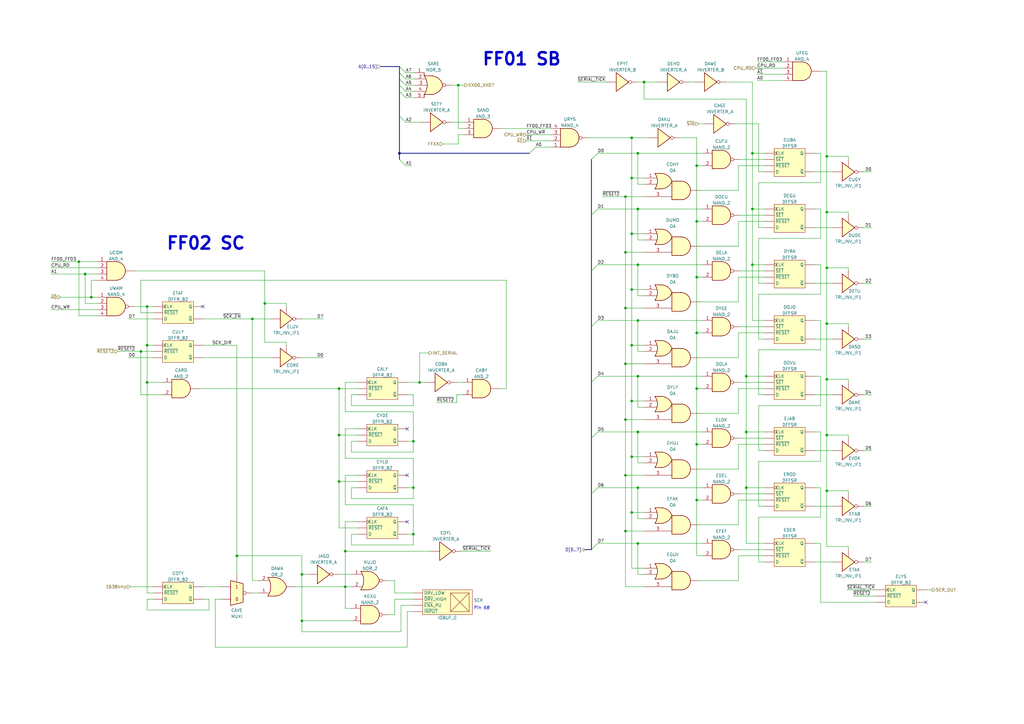
<source format=kicad_sch>
(kicad_sch (version 20230121) (generator eeschema)
  (paper "A3")
  (title_block (title "DMG-CPU B") (date "2023-06-26") (rev "0.6") (company "CC-BY-SA-4.0 Régis Galland & Michael Singer -- Derived work from Furrtek") (comment 1 "https://github.com/msinger/dmg-schematics"))
  (lib_symbols
    (symbol "DMG_CPU_Cells:AND_2" (pin_names hide)
      (property "Reference" "U" (at 0 5.08 0))
      (property "Value" "AND_2" (at 0 -5.08 0))
      (symbol "AND_2_1_1"
        (pin input line (at -7.62 2.54 0) (length 3.81) (name "~") (number "1"))
        (pin input line (at -7.62 -2.54 0) (length 3.81) (name "~") (number "2"))
        (pin output line (at 7.62 0 180) (length 3.81) (name "~") (number "3"))
      )
    )
    (symbol "DMG_CPU_Cells:AND_3" (pin_names hide)
      (property "Reference" "U" (at 0 5.08 0))
      (property "Value" "AND_3" (at 0 -5.08 0))
      (symbol "AND_3_1_1"
        (pin input line (at -7.62 2.54 0) (length 3.81) (name "~") (number "1"))
        (pin input line (at -7.62 0 0) (length 3.81) (name "~") (number "2"))
        (pin input line (at -7.62 -2.54 0) (length 3.81) (name "~") (number "3"))
        (pin output line (at 7.62 0 180) (length 3.81) (name "~") (number "4"))
      )
    )
    (symbol "DMG_CPU_Cells:AND_4" (pin_names hide)
      (property "Reference" "U" (at 0 5.08 0))
      (property "Value" "AND_4" (at 0 -5.08 0))
      (symbol "AND_4_1_1"
        (pin input line (at -7.62 3.81 0) (length 3.81) (name "~") (number "1"))
        (pin input line (at -7.62 1.27 0) (length 3.81) (name "~") (number "2"))
        (pin input line (at -7.62 -1.27 0) (length 3.81) (name "~") (number "3"))
        (pin input line (at -7.62 -3.81 0) (length 3.81) (name "~") (number "4"))
        (pin output line (at 7.62 0 180) (length 3.81) (name "~") (number "5"))
      )
    )
    (symbol "DMG_CPU_Cells:DFFR_B2" (pin_numbers hide)
      (property "Reference" "U" (at 0 5.715 0))
      (property "Value" "DFFR_B2" (at 0 -5.715 0))
      (symbol "DFFR_B2_1_1"
        (pin input clock (at -10.16 2.54 0) (length 3.81) (name "CLK") (number "1"))
        (pin input line (at -10.16 0 0) (length 3.81) (name "~{RESET}") (number "2"))
        (pin input line (at -10.16 -2.54 0) (length 3.81) (name "D") (number "3"))
        (pin input line (at -10.16 0 0) (length 3.81) hide (name "~{RESET}") (number "4"))
        (pin output line (at 10.16 -2.54 180) (length 3.81) (name "~{Q}") (number "5"))
        (pin output line (at 10.16 2.54 180) (length 3.81) (name "Q") (number "6"))
      )
    )
    (symbol "DMG_CPU_Cells:DFFSR" (pin_numbers hide)
      (property "Reference" "U" (at 0 6.985 0))
      (property "Value" "DFFSR" (at 0 -6.985 0))
      (symbol "DFFSR_1_1"
        (pin input line (at -10.16 1.27 0) (length 3.81) (name "~{SET}") (number "1"))
        (pin input line (at -10.16 -3.81 0) (length 3.81) (name "D") (number "2"))
        (pin input line (at -10.16 1.27 0) (length 3.81) hide (name "~{SET}") (number "3"))
        (pin output line (at 10.16 -3.81 180) (length 3.81) (name "~{Q}") (number "4"))
        (pin output line (at 10.16 3.81 180) (length 3.81) (name "Q") (number "5"))
        (pin input line (at -10.16 -1.27 0) (length 3.81) (name "~{RESET}") (number "6"))
        (pin input clock (at -10.16 3.81 0) (length 3.81) (name "CLK") (number "7"))
      )
    )
    (symbol "DMG_CPU_Cells:INVERTER_A" (pin_numbers hide) (pin_names hide)
      (property "Reference" "U?" (at 0 5.08 0))
      (property "Value" "INVERTER_A" (at 0 -5.08 0))
      (symbol "INVERTER_A_1_0"
        (pin input line (at -6.35 0 0) (length 3.81) (name "~") (number "1"))
        (pin output inverted (at 6.35 0 180) (length 3.81) (name "~") (number "2"))
      )
    )
    (symbol "DMG_CPU_Cells:INVERTER_B" (pin_numbers hide) (pin_names hide)
      (property "Reference" "U?" (at 0 5.08 0))
      (property "Value" "INVERTER_B" (at 0 -5.08 0))
      (symbol "INVERTER_B_1_0"
        (pin input line (at -6.35 0 0) (length 3.81) (name "~") (number "1"))
        (pin output inverted (at 6.35 0 180) (length 3.81) (name "~") (number "2"))
      )
    )
    (symbol "DMG_CPU_Cells:IOBUF_C" (pin_numbers hide)
      (property "Reference" "U" (at 0 6.35 0))
      (property "Value" "IOBUF_C" (at 0 -6.35 0))
      (symbol "IOBUF_C_1_1"
        (pin input line (at 13.97 3.81 180) (length 3.81) (name "DRV_LOW") (number "1"))
        (pin output line (at 13.97 -3.81 180) (length 3.81) (name "~{INPUT}") (number "2"))
        (pin input line (at 13.97 -1.27 180) (length 3.81) (name "~{ENA}_PU") (number "3"))
        (pin input line (at 13.97 1.27 180) (length 3.81) (name "~{DRV}_HIGH") (number "4"))
      )
    )
    (symbol "DMG_CPU_Cells:MUXI" (pin_numbers hide) (pin_names (offset 0))
      (property "Reference" "U" (at 0 -6.985 0))
      (property "Value" "MUXI" (at 0 -9.525 0))
      (symbol "MUXI_0_0"
        (text "0" (at 0 -2.54 0) (effects (font (size 1.27 1.27))))
        (text "1" (at 0 2.54 0) (effects (font (size 1.27 1.27))))
      )
      (symbol "MUXI_1_1"
        (pin input line (at 0 7.62 270) (length 3.17) (name "~") (number "1"))
        (pin input line (at -6.35 2.54 0) (length 3.81) (name "~") (number "2"))
        (pin input line (at -6.35 -2.54 0) (length 3.81) (name "~") (number "3"))
        (pin output inverted (at 6.35 0 180) (length 3.81) (name "~") (number "4"))
      )
    )
    (symbol "DMG_CPU_Cells:NAND_2" (pin_names hide)
      (property "Reference" "U" (at 0 5.08 0))
      (property "Value" "NAND_2" (at 0 -5.08 0))
      (symbol "NAND_2_1_1"
        (pin input line (at -7.62 2.54 0) (length 3.81) (name "~") (number "1"))
        (pin input line (at -7.62 -2.54 0) (length 3.81) (name "~") (number "2"))
        (pin output inverted (at 7.62 0 180) (length 3.81) (name "~") (number "3"))
      )
    )
    (symbol "DMG_CPU_Cells:NAND_4" (pin_names hide)
      (property "Reference" "U" (at 0 5.08 0))
      (property "Value" "NAND_4" (at 0 -5.08 0))
      (symbol "NAND_4_1_1"
        (pin input line (at -7.62 3.81 0) (length 3.81) (name "~") (number "1"))
        (pin input line (at -7.62 1.27 0) (length 3.81) (name "~") (number "2"))
        (pin input line (at -7.62 -1.27 0) (length 3.81) (name "~") (number "3"))
        (pin input line (at -7.62 -3.81 0) (length 3.81) (name "~") (number "4"))
        (pin output inverted (at 7.62 0 180) (length 3.81) (name "~") (number "5"))
      )
    )
    (symbol "DMG_CPU_Cells:NOR_2" (pin_names hide)
      (property "Reference" "U" (at 0 5.08 0))
      (property "Value" "NOR_2" (at 0 -5.08 0))
      (symbol "NOR_2_1_1"
        (pin input line (at -7.62 2.54 0) (length 4.4) (name "~") (number "1"))
        (pin input line (at -7.62 -2.54 0) (length 4.4) (name "~") (number "2"))
        (pin output inverted (at 7.62 0 180) (length 3.81) (name "~") (number "3"))
      )
    )
    (symbol "DMG_CPU_Cells:NOR_5" (pin_names hide)
      (property "Reference" "U" (at 0 6.35 0))
      (property "Value" "NOR_5" (at 0 -6.35 0))
      (symbol "NOR_5_1_1"
        (pin input line (at -7.62 5.08 0) (length 3.81) (name "~") (number "1"))
        (pin input line (at -7.62 2.54 0) (length 4.4) (name "~") (number "2"))
        (pin input line (at -7.62 0 0) (length 4.9) (name "~") (number "3"))
        (pin input line (at -7.62 -2.54 0) (length 4.4) (name "~") (number "4"))
        (pin input line (at -7.62 -5.08 0) (length 3.81) (name "~") (number "5"))
        (pin output inverted (at 7.62 0 180) (length 3.81) (name "~") (number "6"))
      )
    )
    (symbol "DMG_CPU_Cells:OA" (pin_names hide)
      (property "Reference" "U" (at 0 6.985 0))
      (property "Value" "OA" (at 0 -6.35 0))
      (symbol "OA_1_1"
        (pin input line (at -11.43 3.81 0) (length 5.3) (name "~") (number "1"))
        (pin input line (at -11.43 1.27 0) (length 5.3) (name "~") (number "2"))
        (pin input line (at -11.43 -3.81 0) (length 11.4) (name "~") (number "3"))
        (pin output line (at 11.43 -1.27 180) (length 3.81) (name "~") (number "4"))
      )
    )
    (symbol "DMG_CPU_Cells:OR_2" (pin_names hide)
      (property "Reference" "U" (at 0 5.08 0))
      (property "Value" "OR_2" (at 0 -5.08 0))
      (symbol "OR_2_1_1"
        (pin input line (at -7.62 2.54 0) (length 4.4) (name "~") (number "1"))
        (pin input line (at -7.62 -2.54 0) (length 4.4) (name "~") (number "2"))
        (pin output line (at 7.62 0 180) (length 3.81) (name "~") (number "3"))
      )
    )
    (symbol "DMG_CPU_Cells:TRI_INV_IF1" (pin_numbers hide) (pin_names hide)
      (property "Reference" "U?" (at 0 -5.08 0))
      (property "Value" "TRI_INV_IF1" (at 0 -7.62 0))
      (symbol "TRI_INV_IF1_1_0"
        (pin input line (at -6.35 0 0) (length 3.81) (name "~") (number "2"))
        (pin tri_state inverted (at 6.35 0 180) (length 3.81) (name "~") (number "3"))
      )
      (symbol "TRI_INV_IF1_1_1"
        (pin input line (at 0 5.08 270) (length 3.15) (name "ENA") (number "1"))
      )
    )
  )
  (junction (at 259.08 118.745))
  (junction (at 169.545 219.075))
  (junction (at 259.08 141.605))
  (junction (at 259.08 73.025))
  (junction (at 261.62 154.305))
  (junction (at 34.925 112.395))
  (junction (at 308.61 62.865))
  (junction (at 259.08 95.885))
  (junction (at 261.62 177.165))
  (junction (at 285.75 113.665))
  (junction (at 256.54 194.945))
  (junction (at 339.09 178.435))
  (junction (at 285.75 136.525))
  (junction (at 285.75 205.105))
  (junction (at 57.785 144.145))
  (junction (at 339.09 86.995))
  (junction (at 256.54 80.645))
  (junction (at 261.62 62.865))
  (junction (at 261.62 108.585))
  (junction (at 339.09 64.135))
  (junction (at 339.09 109.855))
  (junction (at 261.62 200.025))
  (junction (at 187.96 34.925))
  (junction (at 141.605 226.06))
  (junction (at 339.09 155.575))
  (junction (at 256.54 172.085))
  (junction (at 264.16 33.655))
  (junction (at 139.065 178.435))
  (junction (at 103.505 130.81))
  (junction (at 139.065 197.485))
  (junction (at 261.62 85.725))
  (junction (at 308.61 85.725))
  (junction (at 123.825 235.585))
  (junction (at 97.155 227.965))
  (junction (at 261.62 222.885))
  (junction (at 256.54 103.505))
  (junction (at 306.07 177.165))
  (junction (at 259.08 56.515))
  (junction (at 306.07 200.025))
  (junction (at 256.54 149.225))
  (junction (at 123.825 254.635))
  (junction (at 285.75 182.245))
  (junction (at 172.085 156.845))
  (junction (at 285.75 90.805))
  (junction (at 259.08 164.465))
  (junction (at 141.605 240.665))
  (junction (at 60.325 156.845))
  (junction (at 256.54 217.805))
  (junction (at 108.585 124.46))
  (junction (at 169.545 180.975))
  (junction (at 256.54 126.365))
  (junction (at 261.62 131.445))
  (junction (at 259.08 187.325))
  (junction (at 308.61 108.585))
  (junction (at 339.09 201.295))
  (junction (at 60.325 125.73))
  (junction (at 37.465 121.92))
  (junction (at 259.08 210.185))
  (junction (at 306.07 154.305))
  (junction (at 139.065 159.385))
  (junction (at 285.75 159.385))
  (junction (at 60.325 141.605))
  (junction (at 285.75 67.945))
  (junction (at 163.83 62.865))
  (junction (at 32.385 107.315))
  (junction (at 169.545 200.025))
  (junction (at 339.09 132.715))
  (no_connect (at 83.185 125.73))
  (no_connect (at 379.73 247.015))
  (no_connect (at 167.005 175.895))
  (no_connect (at 167.005 213.995))
  (no_connect (at 167.005 194.945))
  (bus_entry (at 166.37 40.005) (size -2.54 -2.54))
  (bus_entry (at 166.37 34.925) (size -2.54 -2.54))
  (bus_entry (at 245.11 200.025) (size -2.54 2.54))
  (bus_entry (at 166.37 37.465) (size -2.54 -2.54))
  (bus_entry (at 245.11 154.305) (size -2.54 2.54))
  (bus_entry (at 245.11 222.885) (size -2.54 2.54))
  (bus_entry (at 245.11 62.865) (size -2.54 2.54))
  (bus_entry (at 245.11 131.445) (size -2.54 2.54))
  (bus_entry (at 245.11 85.725) (size -2.54 2.54))
  (bus_entry (at 219.71 60.325) (size -2.54 2.54))
  (bus_entry (at 166.37 67.945) (size -2.54 -2.54))
  (bus_entry (at 166.37 32.385) (size -2.54 -2.54))
  (bus_entry (at 166.37 50.165) (size -2.54 -2.54))
  (bus_entry (at 245.11 177.165) (size -2.54 2.54))
  (bus_entry (at 245.11 108.585) (size -2.54 2.54))
  (bus_entry (at 166.37 29.845) (size -2.54 -2.54))
  (wire (pts (xy 141.605 249.555) (xy 144.145 249.555)))
  (wire (pts (xy 261.62 189.865) (xy 264.16 189.865)))
  (wire (pts (xy 169.545 180.975) (xy 169.545 185.42)))
  (wire (pts (xy 302.895 100.965) (xy 302.895 90.805)))
  (wire (pts (xy 141.605 240.665) (xy 121.285 240.665)))
  (wire (pts (xy 347.98 156.845) (xy 347.98 155.575)))
  (wire (pts (xy 132.715 130.81) (xy 123.825 130.81)))
  (wire (pts (xy 357.505 139.065) (xy 354.33 139.065)))
  (wire (pts (xy 285.75 90.805) (xy 285.75 67.945)))
  (wire (pts (xy 164.465 259.08) (xy 164.465 248.285)))
  (wire (pts (xy 302.895 182.245) (xy 313.69 182.245)))
  (wire (pts (xy 166.37 37.465) (xy 170.18 37.465)))
  (wire (pts (xy 215.9 57.785) (xy 226.06 57.785)))
  (wire (pts (xy 141.605 226.06) (xy 141.605 240.665)))
  (wire (pts (xy 32.385 107.315) (xy 40.005 107.315)))
  (wire (pts (xy 339.09 201.295) (xy 339.09 224.155)))
  (wire (pts (xy 302.895 136.525) (xy 313.69 136.525)))
  (wire (pts (xy 334.01 116.205) (xy 341.63 116.205)))
  (wire (pts (xy 166.37 67.945) (xy 168.91 67.945)))
  (wire (pts (xy 311.15 50.8) (xy 311.15 70.485)))
  (wire (pts (xy 34.925 112.395) (xy 40.005 112.395)))
  (wire (pts (xy 313.69 131.445) (xy 308.61 131.445)))
  (wire (pts (xy 259.08 95.885) (xy 264.16 95.885)))
  (wire (pts (xy 334.01 70.485) (xy 341.63 70.485)))
  (wire (pts (xy 259.08 95.885) (xy 259.08 118.745)))
  (wire (pts (xy 256.54 172.085) (xy 256.54 194.945)))
  (wire (pts (xy 169.545 207.01) (xy 169.545 219.075)))
  (wire (pts (xy 285.75 67.945) (xy 285.75 56.515)))
  (wire (pts (xy 313.69 133.985) (xy 303.53 133.985)))
  (wire (pts (xy 336.55 247.015) (xy 359.41 247.015)))
  (wire (pts (xy 179.07 165.1) (xy 187.325 165.1)))
  (wire (pts (xy 266.065 56.515) (xy 259.08 56.515)))
  (wire (pts (xy 37.465 121.92) (xy 40.005 121.92)))
  (wire (pts (xy 117.475 125.73) (xy 117.475 124.46)))
  (wire (pts (xy 139.065 235.585) (xy 144.145 235.585)))
  (wire (pts (xy 302.895 78.105) (xy 302.895 67.945)))
  (wire (pts (xy 20.955 109.855) (xy 40.005 109.855)))
  (wire (pts (xy 336.55 62.865) (xy 336.55 74.93)))
  (wire (pts (xy 172.085 156.845) (xy 167.005 156.845)))
  (wire (pts (xy 259.08 164.465) (xy 259.08 187.325)))
  (wire (pts (xy 336.55 212.09) (xy 311.15 212.09)))
  (wire (pts (xy 103.505 130.81) (xy 103.505 238.125)))
  (wire (pts (xy 108.585 124.46) (xy 108.585 140.335)))
  (wire (pts (xy 245.11 108.585) (xy 261.62 108.585)))
  (wire (pts (xy 256.54 126.365) (xy 256.54 149.225)))
  (wire (pts (xy 313.69 70.485) (xy 311.15 70.485)))
  (wire (pts (xy 313.69 225.425) (xy 303.53 225.425)))
  (wire (pts (xy 169.545 223.52) (xy 144.145 223.52)))
  (wire (pts (xy 306.07 40.64) (xy 306.07 154.305)))
  (wire (pts (xy 334.01 200.025) (xy 336.55 200.025)))
  (wire (pts (xy 313.69 202.565) (xy 303.53 202.565)))
  (wire (pts (xy 187.96 34.925) (xy 187.96 52.705)))
  (wire (pts (xy 357.505 70.485) (xy 354.33 70.485)))
  (wire (pts (xy 308.61 108.585) (xy 308.61 85.725)))
  (wire (pts (xy 264.16 33.655) (xy 269.875 33.655)))
  (wire (pts (xy 103.505 238.125) (xy 106.045 238.125)))
  (wire (pts (xy 313.69 179.705) (xy 303.53 179.705)))
  (wire (pts (xy 287.02 215.265) (xy 302.895 215.265)))
  (bus (pts (xy 242.57 65.405) (xy 242.57 88.265)))
  (wire (pts (xy 189.865 156.845) (xy 187.325 156.845)))
  (wire (pts (xy 287.02 146.685) (xy 302.895 146.685)))
  (wire (pts (xy 347.98 64.135) (xy 339.09 64.135)))
  (wire (pts (xy 144.145 223.52) (xy 144.145 219.075)))
  (bus (pts (xy 163.83 34.925) (xy 163.83 37.465)))
  (wire (pts (xy 310.515 30.48) (xy 321.31 30.48)))
  (wire (pts (xy 287.02 100.965) (xy 302.895 100.965)))
  (wire (pts (xy 287.02 238.125) (xy 302.895 238.125)))
  (wire (pts (xy 302.895 238.125) (xy 302.895 227.965)))
  (wire (pts (xy 144.145 219.075) (xy 146.685 219.075)))
  (wire (pts (xy 357.505 161.925) (xy 354.33 161.925)))
  (wire (pts (xy 357.505 93.345) (xy 354.33 93.345)))
  (wire (pts (xy 288.29 227.965) (xy 285.75 227.965)))
  (wire (pts (xy 310.515 33.02) (xy 321.31 33.02)))
  (wire (pts (xy 261.62 212.725) (xy 264.16 212.725)))
  (wire (pts (xy 141.605 168.91) (xy 169.545 168.91)))
  (wire (pts (xy 66.675 161.925) (xy 57.785 161.925)))
  (wire (pts (xy 261.62 121.285) (xy 264.16 121.285)))
  (wire (pts (xy 245.11 177.165) (xy 261.62 177.165)))
  (wire (pts (xy 306.07 177.165) (xy 313.69 177.165)))
  (wire (pts (xy 288.925 50.8) (xy 286.385 50.8)))
  (bus (pts (xy 242.57 156.845) (xy 242.57 179.705)))
  (wire (pts (xy 245.11 62.865) (xy 261.62 62.865)))
  (wire (pts (xy 357.505 230.505) (xy 354.33 230.505)))
  (wire (pts (xy 287.02 192.405) (xy 302.895 192.405)))
  (wire (pts (xy 288.29 222.885) (xy 261.62 222.885)))
  (wire (pts (xy 245.11 154.305) (xy 261.62 154.305)))
  (wire (pts (xy 141.605 175.895) (xy 141.605 187.96)))
  (wire (pts (xy 164.465 248.285) (xy 169.545 248.285)))
  (wire (pts (xy 169.545 161.925) (xy 169.545 166.37)))
  (wire (pts (xy 256.54 240.665) (xy 264.16 240.665)))
  (wire (pts (xy 311.15 166.37) (xy 311.15 184.785)))
  (wire (pts (xy 189.23 226.06) (xy 201.295 226.06)))
  (wire (pts (xy 190.5 50.165) (xy 185.42 50.165)))
  (wire (pts (xy 334.01 139.065) (xy 341.63 139.065)))
  (wire (pts (xy 108.585 111.125) (xy 108.585 124.46)))
  (wire (pts (xy 167.005 265.43) (xy 167.005 250.825)))
  (wire (pts (xy 259.08 164.465) (xy 264.16 164.465)))
  (wire (pts (xy 339.09 29.21) (xy 339.09 64.135)))
  (wire (pts (xy 83.185 141.605) (xy 97.155 141.605)))
  (wire (pts (xy 285.75 56.515) (xy 278.765 56.515)))
  (wire (pts (xy 302.895 215.265) (xy 302.895 205.105)))
  (wire (pts (xy 339.09 109.855) (xy 339.09 132.715)))
  (wire (pts (xy 141.605 226.06) (xy 176.53 226.06)))
  (wire (pts (xy 144.145 166.37) (xy 144.145 161.925)))
  (wire (pts (xy 185.42 34.925) (xy 187.96 34.925)))
  (wire (pts (xy 302.895 169.545) (xy 302.895 159.385)))
  (wire (pts (xy 311.15 189.23) (xy 311.15 207.645)))
  (wire (pts (xy 144.145 180.975) (xy 146.685 180.975)))
  (wire (pts (xy 347.98 155.575) (xy 339.09 155.575)))
  (wire (pts (xy 302.895 159.385) (xy 313.69 159.385)))
  (wire (pts (xy 285.75 205.105) (xy 285.75 182.245)))
  (wire (pts (xy 169.545 243.205) (xy 161.925 243.205)))
  (wire (pts (xy 123.825 254.635) (xy 123.825 259.08)))
  (wire (pts (xy 336.55 177.165) (xy 336.55 189.23)))
  (wire (pts (xy 357.505 207.645) (xy 354.33 207.645)))
  (wire (pts (xy 161.925 243.205) (xy 161.925 238.125)))
  (wire (pts (xy 256.54 194.945) (xy 256.54 217.805)))
  (wire (pts (xy 339.09 86.995) (xy 339.09 109.855)))
  (wire (pts (xy 339.09 178.435) (xy 339.09 201.295)))
  (wire (pts (xy 336.55 154.305) (xy 336.55 166.37)))
  (wire (pts (xy 259.08 56.515) (xy 241.3 56.515)))
  (wire (pts (xy 357.505 116.205) (xy 354.33 116.205)))
  (wire (pts (xy 97.155 141.605) (xy 97.155 227.965)))
  (wire (pts (xy 190.5 34.925) (xy 187.96 34.925)))
  (bus (pts (xy 163.83 29.845) (xy 163.83 32.385)))
  (wire (pts (xy 306.07 222.885) (xy 306.07 200.025)))
  (wire (pts (xy 288.29 200.025) (xy 261.62 200.025)))
  (wire (pts (xy 123.825 235.585) (xy 123.825 254.635)))
  (wire (pts (xy 357.505 184.785) (xy 354.33 184.785)))
  (wire (pts (xy 310.515 25.4) (xy 321.31 25.4)))
  (wire (pts (xy 382.27 241.935) (xy 379.73 241.935)))
  (wire (pts (xy 247.015 80.645) (xy 256.54 80.645)))
  (bus (pts (xy 242.57 179.705) (xy 242.57 202.565)))
  (wire (pts (xy 308.61 62.865) (xy 308.61 33.655)))
  (wire (pts (xy 313.69 88.265) (xy 303.53 88.265)))
  (wire (pts (xy 261.62 235.585) (xy 264.16 235.585)))
  (wire (pts (xy 313.69 222.885) (xy 306.07 222.885)))
  (wire (pts (xy 288.29 182.245) (xy 285.75 182.245)))
  (bus (pts (xy 240.03 225.425) (xy 242.57 225.425)))
  (wire (pts (xy 308.61 85.725) (xy 308.61 62.865)))
  (wire (pts (xy 141.605 240.665) (xy 141.605 249.555)))
  (wire (pts (xy 60.325 245.745) (xy 62.865 245.745)))
  (wire (pts (xy 146.685 175.895) (xy 141.605 175.895)))
  (wire (pts (xy 306.07 177.165) (xy 306.07 154.305)))
  (wire (pts (xy 52.705 130.81) (xy 62.865 130.81)))
  (wire (pts (xy 285.75 136.525) (xy 285.75 113.665)))
  (wire (pts (xy 207.645 159.385) (xy 205.105 159.385)))
  (wire (pts (xy 123.825 235.585) (xy 126.365 235.585)))
  (wire (pts (xy 288.29 108.585) (xy 261.62 108.585)))
  (wire (pts (xy 302.895 227.965) (xy 313.69 227.965)))
  (wire (pts (xy 264.16 80.645) (xy 256.54 80.645)))
  (wire (pts (xy 347.98 88.265) (xy 347.98 86.995)))
  (wire (pts (xy 347.98 202.565) (xy 347.98 201.295)))
  (bus (pts (xy 242.57 133.985) (xy 242.57 156.845)))
  (wire (pts (xy 37.465 114.935) (xy 37.465 121.92)))
  (wire (pts (xy 141.605 194.945) (xy 141.605 207.01)))
  (wire (pts (xy 60.325 243.205) (xy 62.865 243.205)))
  (wire (pts (xy 40.005 124.46) (xy 34.925 124.46)))
  (wire (pts (xy 34.925 112.395) (xy 34.925 124.46)))
  (wire (pts (xy 259.08 118.745) (xy 264.16 118.745)))
  (wire (pts (xy 245.11 200.025) (xy 261.62 200.025)))
  (wire (pts (xy 60.325 250.19) (xy 60.325 245.745)))
  (bus (pts (xy 242.57 88.265) (xy 242.57 111.125)))
  (wire (pts (xy 57.785 144.145) (xy 62.865 144.145)))
  (wire (pts (xy 141.605 187.96) (xy 169.545 187.96)))
  (wire (pts (xy 261.62 177.165) (xy 261.62 189.865)))
  (wire (pts (xy 336.55 29.21) (xy 339.09 29.21)))
  (wire (pts (xy 301.625 50.8) (xy 311.15 50.8)))
  (wire (pts (xy 189.865 161.925) (xy 187.325 161.925)))
  (wire (pts (xy 146.685 194.945) (xy 141.605 194.945)))
  (wire (pts (xy 311.15 93.345) (xy 313.69 93.345)))
  (wire (pts (xy 288.29 159.385) (xy 285.75 159.385)))
  (wire (pts (xy 53.34 240.665) (xy 62.865 240.665)))
  (wire (pts (xy 261.62 131.445) (xy 261.62 144.145)))
  (wire (pts (xy 339.09 132.715) (xy 339.09 155.575)))
  (wire (pts (xy 334.01 85.725) (xy 336.55 85.725)))
  (wire (pts (xy 259.08 141.605) (xy 259.08 164.465)))
  (wire (pts (xy 40.005 114.935) (xy 37.465 114.935)))
  (wire (pts (xy 144.145 240.665) (xy 141.605 240.665)))
  (wire (pts (xy 146.685 216.535) (xy 139.065 216.535)))
  (wire (pts (xy 20.955 107.315) (xy 32.385 107.315)))
  (wire (pts (xy 169.545 187.96) (xy 169.545 200.025)))
  (wire (pts (xy 123.825 259.08) (xy 164.465 259.08)))
  (wire (pts (xy 261.62 33.655) (xy 264.16 33.655)))
  (wire (pts (xy 117.475 140.335) (xy 117.475 141.605)))
  (wire (pts (xy 339.09 155.575) (xy 339.09 178.435)))
  (wire (pts (xy 261.62 98.425) (xy 264.16 98.425)))
  (bus (pts (xy 163.83 32.385) (xy 163.83 34.925)))
  (wire (pts (xy 139.065 159.385) (xy 146.685 159.385)))
  (wire (pts (xy 347.98 109.855) (xy 339.09 109.855)))
  (wire (pts (xy 172.085 156.845) (xy 172.085 144.78)))
  (wire (pts (xy 256.54 149.225) (xy 264.16 149.225)))
  (wire (pts (xy 123.825 227.965) (xy 123.825 235.585)))
  (wire (pts (xy 264.16 40.64) (xy 306.07 40.64)))
  (wire (pts (xy 313.69 108.585) (xy 308.61 108.585)))
  (wire (pts (xy 141.605 156.845) (xy 141.605 168.91)))
  (wire (pts (xy 306.07 154.305) (xy 313.69 154.305)))
  (bus (pts (xy 163.83 62.865) (xy 217.17 62.865)))
  (wire (pts (xy 166.37 40.005) (xy 170.18 40.005)))
  (wire (pts (xy 313.69 65.405) (xy 303.53 65.405)))
  (wire (pts (xy 187.325 161.925) (xy 187.325 165.1)))
  (wire (pts (xy 264.16 33.655) (xy 264.16 40.64)))
  (wire (pts (xy 349.885 244.475) (xy 359.41 244.475)))
  (wire (pts (xy 187.96 55.245) (xy 187.96 59.055)))
  (wire (pts (xy 359.41 241.935) (xy 347.345 241.935)))
  (wire (pts (xy 24.765 121.92) (xy 37.465 121.92)))
  (wire (pts (xy 207.645 114.935) (xy 207.645 159.385)))
  (wire (pts (xy 259.08 210.185) (xy 264.16 210.185)))
  (wire (pts (xy 311.15 116.205) (xy 313.69 116.205)))
  (wire (pts (xy 167.005 180.975) (xy 169.545 180.975)))
  (wire (pts (xy 261.62 75.565) (xy 264.16 75.565)))
  (wire (pts (xy 108.585 140.335) (xy 117.475 140.335)))
  (wire (pts (xy 288.29 177.165) (xy 261.62 177.165)))
  (wire (pts (xy 215.9 55.245) (xy 226.06 55.245)))
  (bus (pts (xy 242.57 111.125) (xy 242.57 133.985)))
  (wire (pts (xy 261.62 62.865) (xy 261.62 75.565)))
  (wire (pts (xy 287.02 78.105) (xy 302.895 78.105)))
  (wire (pts (xy 311.15 184.785) (xy 313.69 184.785)))
  (wire (pts (xy 336.55 166.37) (xy 311.15 166.37)))
  (wire (pts (xy 60.325 125.73) (xy 60.325 141.605)))
  (wire (pts (xy 306.07 200.025) (xy 306.07 177.165)))
  (bus (pts (xy 163.83 47.625) (xy 163.83 62.865)))
  (wire (pts (xy 285.75 67.945) (xy 288.29 67.945)))
  (wire (pts (xy 334.01 184.785) (xy 341.63 184.785)))
  (wire (pts (xy 205.74 52.705) (xy 226.06 52.705)))
  (wire (pts (xy 336.55 97.79) (xy 311.15 97.79)))
  (wire (pts (xy 60.325 156.845) (xy 66.675 156.845)))
  (wire (pts (xy 311.15 139.065) (xy 313.69 139.065)))
  (wire (pts (xy 336.55 200.025) (xy 336.55 212.09)))
  (wire (pts (xy 144.145 161.925) (xy 146.685 161.925)))
  (wire (pts (xy 167.005 250.825) (xy 169.545 250.825)))
  (wire (pts (xy 169.545 185.42) (xy 144.145 185.42)))
  (wire (pts (xy 261.62 167.005) (xy 264.16 167.005)))
  (wire (pts (xy 245.11 85.725) (xy 261.62 85.725)))
  (wire (pts (xy 83.185 240.665) (xy 90.805 240.665)))
  (bus (pts (xy 242.57 202.565) (xy 242.57 225.425)))
  (bus (pts (xy 163.83 62.865) (xy 163.83 65.405)))
  (wire (pts (xy 287.02 123.825) (xy 302.895 123.825)))
  (wire (pts (xy 139.065 178.435) (xy 146.685 178.435)))
  (wire (pts (xy 259.08 141.605) (xy 264.16 141.605)))
  (wire (pts (xy 169.545 204.47) (xy 144.145 204.47)))
  (wire (pts (xy 288.29 154.305) (xy 261.62 154.305)))
  (wire (pts (xy 288.29 113.665) (xy 285.75 113.665)))
  (wire (pts (xy 146.685 156.845) (xy 141.605 156.845)))
  (wire (pts (xy 334.01 177.165) (xy 336.55 177.165)))
  (wire (pts (xy 167.005 161.925) (xy 169.545 161.925)))
  (wire (pts (xy 57.785 128.27) (xy 62.865 128.27)))
  (bus (pts (xy 163.83 37.465) (xy 163.83 47.625)))
  (wire (pts (xy 334.01 108.585) (xy 336.55 108.585)))
  (wire (pts (xy 32.385 107.315) (xy 32.385 129.54)))
  (wire (pts (xy 117.475 124.46) (xy 108.585 124.46)))
  (wire (pts (xy 259.08 118.745) (xy 259.08 141.605)))
  (wire (pts (xy 334.01 154.305) (xy 336.55 154.305)))
  (wire (pts (xy 256.54 217.805) (xy 264.16 217.805)))
  (wire (pts (xy 347.98 86.995) (xy 339.09 86.995)))
  (wire (pts (xy 141.605 213.995) (xy 141.605 226.06)))
  (wire (pts (xy 261.62 144.145) (xy 264.16 144.145)))
  (wire (pts (xy 261.62 200.025) (xy 261.62 212.725)))
  (wire (pts (xy 123.825 254.635) (xy 144.145 254.635)))
  (wire (pts (xy 347.98 178.435) (xy 339.09 178.435)))
  (wire (pts (xy 60.325 156.845) (xy 60.325 243.205)))
  (wire (pts (xy 302.895 67.945) (xy 313.69 67.945)))
  (wire (pts (xy 259.08 56.515) (xy 259.08 73.025)))
  (wire (pts (xy 139.065 178.435) (xy 139.065 197.485)))
  (wire (pts (xy 256.54 217.805) (xy 256.54 240.665)))
  (wire (pts (xy 313.69 85.725) (xy 308.61 85.725)))
  (wire (pts (xy 48.26 144.145) (xy 57.785 144.145)))
  (wire (pts (xy 302.895 123.825) (xy 302.895 113.665)))
  (wire (pts (xy 256.54 103.505) (xy 264.16 103.505)))
  (wire (pts (xy 259.08 187.325) (xy 264.16 187.325)))
  (wire (pts (xy 32.385 129.54) (xy 40.005 129.54)))
  (wire (pts (xy 83.185 146.685) (xy 111.125 146.685)))
  (wire (pts (xy 334.01 207.645) (xy 341.63 207.645)))
  (wire (pts (xy 159.385 238.125) (xy 161.925 238.125)))
  (wire (pts (xy 288.29 136.525) (xy 285.75 136.525)))
  (wire (pts (xy 334.01 230.505) (xy 341.63 230.505)))
  (wire (pts (xy 311.15 230.505) (xy 313.69 230.505)))
  (wire (pts (xy 309.88 27.94) (xy 321.31 27.94)))
  (wire (pts (xy 287.02 169.545) (xy 302.895 169.545)))
  (wire (pts (xy 336.55 85.725) (xy 336.55 97.79)))
  (wire (pts (xy 85.725 245.745) (xy 85.725 250.19)))
  (wire (pts (xy 20.955 127) (xy 40.005 127)))
  (wire (pts (xy 264.16 73.025) (xy 259.08 73.025)))
  (wire (pts (xy 259.08 73.025) (xy 259.08 95.885)))
  (wire (pts (xy 334.01 62.865) (xy 336.55 62.865)))
  (wire (pts (xy 169.545 200.025) (xy 169.545 204.47)))
  (wire (pts (xy 259.08 187.325) (xy 259.08 210.185)))
  (wire (pts (xy 57.785 114.935) (xy 207.645 114.935)))
  (wire (pts (xy 256.54 103.505) (xy 256.54 126.365)))
  (wire (pts (xy 308.61 131.445) (xy 308.61 108.585)))
  (wire (pts (xy 256.54 126.365) (xy 264.16 126.365)))
  (wire (pts (xy 336.55 120.65) (xy 311.15 120.65)))
  (wire (pts (xy 139.065 159.385) (xy 139.065 178.435)))
  (wire (pts (xy 83.185 130.81) (xy 103.505 130.81)))
  (wire (pts (xy 347.98 111.125) (xy 347.98 109.855)))
  (wire (pts (xy 166.37 32.385) (xy 170.18 32.385)))
  (wire (pts (xy 85.725 250.19) (xy 60.325 250.19)))
  (wire (pts (xy 336.55 222.885) (xy 336.55 247.015)))
  (wire (pts (xy 256.54 194.945) (xy 264.16 194.945)))
  (wire (pts (xy 106.045 243.205) (xy 103.505 243.205)))
  (wire (pts (xy 62.865 125.73) (xy 60.325 125.73)))
  (wire (pts (xy 336.55 74.93) (xy 311.15 74.93)))
  (wire (pts (xy 256.54 80.645) (xy 256.54 103.505)))
  (wire (pts (xy 261.62 154.305) (xy 261.62 167.005)))
  (wire (pts (xy 88.265 265.43) (xy 167.005 265.43)))
  (wire (pts (xy 159.385 252.095) (xy 161.925 252.095)))
  (wire (pts (xy 311.15 212.09) (xy 311.15 230.505)))
  (wire (pts (xy 297.815 33.655) (xy 308.61 33.655)))
  (wire (pts (xy 139.065 197.485) (xy 139.065 216.535)))
  (wire (pts (xy 103.505 130.81) (xy 111.125 130.81)))
  (wire (pts (xy 166.37 34.925) (xy 170.18 34.925)))
  (wire (pts (xy 302.895 90.805) (xy 313.69 90.805)))
  (wire (pts (xy 285.75 159.385) (xy 285.75 136.525)))
  (wire (pts (xy 88.265 245.745) (xy 88.265 265.43)))
  (wire (pts (xy 166.37 50.165) (xy 172.72 50.165)))
  (wire (pts (xy 336.55 108.585) (xy 336.55 120.65)))
  (wire (pts (xy 144.145 204.47) (xy 144.145 200.025)))
  (wire (pts (xy 311.15 161.925) (xy 313.69 161.925)))
  (wire (pts (xy 336.55 143.51) (xy 311.15 143.51)))
  (wire (pts (xy 166.37 29.845) (xy 170.18 29.845)))
  (wire (pts (xy 347.98 65.405) (xy 347.98 64.135)))
  (wire (pts (xy 187.96 52.705) (xy 190.5 52.705)))
  (wire (pts (xy 20.955 112.395) (xy 34.925 112.395)))
  (wire (pts (xy 141.605 213.995) (xy 146.685 213.995)))
  (wire (pts (xy 219.71 60.325) (xy 226.06 60.325)))
  (wire (pts (xy 259.08 210.185) (xy 259.08 233.045)))
  (wire (pts (xy 339.09 64.135) (xy 339.09 86.995)))
  (wire (pts (xy 181.61 59.055) (xy 187.96 59.055)))
  (wire (pts (xy 81.915 159.385) (xy 139.065 159.385)))
  (wire (pts (xy 311.15 97.79) (xy 311.15 116.205)))
  (wire (pts (xy 311.15 74.93) (xy 311.15 93.345)))
  (wire (pts (xy 144.145 200.025) (xy 146.685 200.025)))
  (wire (pts (xy 302.895 192.405) (xy 302.895 182.245)))
  (wire (pts (xy 169.545 219.075) (xy 169.545 223.52)))
  (wire (pts (xy 334.01 222.885) (xy 336.55 222.885)))
  (wire (pts (xy 288.29 131.445) (xy 261.62 131.445)))
  (wire (pts (xy 245.11 222.885) (xy 261.62 222.885)))
  (wire (pts (xy 57.785 128.27) (xy 57.785 114.935)))
  (wire (pts (xy 288.29 90.805) (xy 285.75 90.805)))
  (wire (pts (xy 132.715 146.685) (xy 123.825 146.685)))
  (wire (pts (xy 169.545 168.91) (xy 169.545 180.975)))
  (wire (pts (xy 248.92 33.655) (xy 236.855 33.655)))
  (wire (pts (xy 288.29 205.105) (xy 285.75 205.105)))
  (wire (pts (xy 256.54 172.085) (xy 264.16 172.085)))
  (bus (pts (xy 156.21 27.305) (xy 163.83 27.305)))
  (wire (pts (xy 288.29 85.725) (xy 261.62 85.725)))
  (wire (pts (xy 347.98 224.155) (xy 339.09 224.155)))
  (wire (pts (xy 282.575 33.655) (xy 285.115 33.655)))
  (wire (pts (xy 347.98 201.295) (xy 339.09 201.295)))
  (wire (pts (xy 347.98 132.715) (xy 339.09 132.715)))
  (wire (pts (xy 55.245 125.73) (xy 60.325 125.73)))
  (wire (pts (xy 311.15 120.65) (xy 311.15 139.065)))
  (wire (pts (xy 347.98 225.425) (xy 347.98 224.155)))
  (wire (pts (xy 97.155 227.965) (xy 123.825 227.965)))
  (wire (pts (xy 302.895 205.105) (xy 313.69 205.105)))
  (wire (pts (xy 139.065 197.485) (xy 146.685 197.485)))
  (wire (pts (xy 288.29 62.865) (xy 261.62 62.865)))
  (bus (pts (xy 163.83 27.305) (xy 163.83 29.845)))
  (wire (pts (xy 261.62 108.585) (xy 261.62 121.285)))
  (wire (pts (xy 167.005 219.075) (xy 169.545 219.075)))
  (wire (pts (xy 311.15 207.645) (xy 313.69 207.645)))
  (wire (pts (xy 141.605 207.01) (xy 169.545 207.01)))
  (wire (pts (xy 57.785 161.925) (xy 57.785 144.145)))
  (wire (pts (xy 285.75 113.665) (xy 285.75 90.805)))
  (wire (pts (xy 336.55 189.23) (xy 311.15 189.23)))
  (wire (pts (xy 313.69 111.125) (xy 303.53 111.125)))
  (wire (pts (xy 52.705 146.685) (xy 62.865 146.685)))
  (wire (pts (xy 334.01 161.925) (xy 341.63 161.925)))
  (wire (pts (xy 336.55 131.445) (xy 336.55 143.51)))
  (wire (pts (xy 334.01 131.445) (xy 336.55 131.445)))
  (wire (pts (xy 83.185 245.745) (xy 85.725 245.745)))
  (wire (pts (xy 169.545 245.745) (xy 161.925 245.745)))
  (wire (pts (xy 311.15 143.51) (xy 311.15 161.925)))
  (wire (pts (xy 172.085 144.78) (xy 175.895 144.78)))
  (wire (pts (xy 285.75 227.965) (xy 285.75 205.105)))
  (wire (pts (xy 347.98 133.985) (xy 347.98 132.715)))
  (wire (pts (xy 174.625 156.845) (xy 172.085 156.845)))
  (wire (pts (xy 259.08 233.045) (xy 264.16 233.045)))
  (wire (pts (xy 60.325 141.605) (xy 60.325 156.845)))
  (wire (pts (xy 256.54 149.225) (xy 256.54 172.085)))
  (wire (pts (xy 245.11 131.445) (xy 261.62 131.445)))
  (wire (pts (xy 308.61 62.865) (xy 313.69 62.865)))
  (wire (pts (xy 90.805 245.745) (xy 88.265 245.745)))
  (wire (pts (xy 62.865 141.605) (xy 60.325 141.605)))
  (wire (pts (xy 285.75 182.245) (xy 285.75 159.385)))
  (wire (pts (xy 306.07 200.025) (xy 313.69 200.025)))
  (wire (pts (xy 144.145 185.42) (xy 144.145 180.975)))
  (wire (pts (xy 302.895 146.685) (xy 302.895 136.525)))
  (wire (pts (xy 261.62 85.725) (xy 261.62 98.425)))
  (wire (pts (xy 190.5 55.245) (xy 187.96 55.245)))
  (wire (pts (xy 55.245 111.125) (xy 108.585 111.125)))
  (wire (pts (xy 161.925 245.745) (xy 161.925 252.095)))
  (wire (pts (xy 169.545 166.37) (xy 144.145 166.37)))
  (wire (pts (xy 261.62 222.885) (xy 261.62 235.585)))
  (wire (pts (xy 347.98 179.705) (xy 347.98 178.435)))
  (wire (pts (xy 334.01 93.345) (xy 341.63 93.345)))
  (wire (pts (xy 167.005 200.025) (xy 169.545 200.025)))
  (wire (pts (xy 313.69 156.845) (xy 303.53 156.845)))
  (wire (pts (xy 302.895 113.665) (xy 313.69 113.665)))
  (wire (pts (xy 97.155 227.965) (xy 97.155 235.585)))
  (text "Pin 68" (at 194.31 250.19 0) (effects (font (size 1.27 1.27)) (justify left bottom)))
  (text "FF02 SC\n" (at 67.945 102.87 0) (effects (font (size 5 5) (thickness 1) bold) (justify left bottom)))
  (text "FF01 SB\n" (at 197.485 27.305 0) (effects (font (size 5 5) (thickness 1) bold) (justify left bottom)))
  (label "CPU_RD" (at 20.955 109.855 0))
  (label "~{RESET2}" (at 247.015 80.645 0))
  (label "D1" (at 357.505 93.345 180))
  (label "FF00_FF03" (at 215.9 52.705 0))
  (label "D3" (at 357.505 139.065 180))
  (label "CPU_WR" (at 215.9 55.245 0))
  (label "D3" (at 245.11 131.445 0))
  (label "~{SCK_EN}" (at 91.44 130.81 0))
  (label "D1" (at 245.11 85.725 0))
  (label "SCK_DIR" (at 86.995 141.605 0))
  (label "A7" (at 166.37 29.845 0))
  (label "~{SERIAL_TICK}" (at 347.345 241.935 0))
  (label "FF00_FF03" (at 310.515 25.4 0))
  (label "FF00_FF03" (at 20.955 107.315 0))
  (label "A3" (at 166.37 40.005 0))
  (label "D5" (at 245.11 177.165 0))
  (label "A2" (at 166.37 50.165 0))
  (label "D4" (at 357.505 161.925 180))
  (label "A1" (at 168.91 67.945 180))
  (label "D7" (at 245.11 222.885 0))
  (label "~{SERIAL_TICK}" (at 201.295 226.06 180))
  (label "A5" (at 166.37 34.925 0))
  (label "D2" (at 357.505 116.205 180))
  (label "A1" (at 20.955 112.395 0))
  (label "D0" (at 357.505 70.485 180))
  (label "D6" (at 357.505 207.645 180))
  (label "D7" (at 357.505 230.505 180))
  (label "~{RESET2}" (at 349.885 244.475 0))
  (label "D0" (at 245.11 62.865 0))
  (label "D4" (at 245.11 154.305 0))
  (label "D7" (at 52.705 130.81 0))
  (label "~{SERIAL_TICK}" (at 236.855 33.655 0))
  (label "D0" (at 132.715 146.685 180))
  (label "~{RESET2}" (at 48.26 144.145 0))
  (label "CPU_WR" (at 20.955 127 0))
  (label "A4" (at 166.37 37.465 0))
  (label "A6" (at 166.37 32.385 0))
  (label "D6" (at 245.11 200.025 0))
  (label "A0" (at 310.515 33.02 0))
  (label "D5" (at 357.505 184.785 180))
  (label "~{RESET2}" (at 179.07 165.1 0))
  (label "D0" (at 52.705 146.685 0))
  (label "CPU_RD" (at 310.515 27.94 0))
  (label "~{A1}" (at 215.9 57.785 0))
  (label "D7" (at 132.715 130.81 180))
  (label "A0" (at 219.71 60.325 0))
  (label "D2" (at 245.11 108.585 0))
  (label "~{A1}" (at 310.515 30.48 0))
  (hierarchical_label "A[0..15]" (shape input) (at 156.21 27.305 180))
  (hierarchical_label "CPU_RD" (shape input) (at 309.88 27.94 180))
  (hierarchical_label "~{SIN}" (shape input) (at 286.385 50.8 180))
  (hierarchical_label "SER_OUT" (shape output) (at 382.27 241.935 0))
  (hierarchical_label "~{RESET2}" (shape input) (at 48.26 144.145 180))
  (hierarchical_label "CPU_WR" (shape input) (at 215.9 55.245 180))
  (hierarchical_label "INT_SERIAL" (shape output) (at 175.895 144.78 0))
  (hierarchical_label "~{A1}" (shape input) (at 215.9 57.785 180))
  (hierarchical_label "16384Hz" (shape input) (at 53.34 240.665 180))
  (hierarchical_label "XX00_XX07" (shape output) (at 190.5 34.925 0))
  (hierarchical_label "D[0..7]" (shape bidirectional) (at 240.03 225.425 180))
  (hierarchical_label "FFXX" (shape input) (at 181.61 59.055 180))
  (hierarchical_label "~{A0}" (shape input) (at 24.765 121.92 180))
  (symbol (lib_id "DMG_CPU_Cells:TRI_INV_IF1") (at 347.98 230.505 0) (unit 1)
    (property "Reference" "ETAK" (at 350.52 233.68 0))
    (property "Value" "TRI_INV_IF1" (at 347.98 236.22 0))
    (property "Datasheet" "http://iceboy.a-singer.de/doc/dmg_cells.html#tri_inv_if1" (effects hide))
  )
  (symbol (lib_id "DMG_CPU_Cells:DFFSR") (at 323.85 158.115 0) (unit 1)
    (property "Reference" "DOVU" (at 323.85 148.8272 0))
    (property "Value" "DFFSR" (at 323.85 151.3641 0))
    (property "Datasheet" "http://iceboy.a-singer.de/doc/dmg_cells.html#dffsr" (effects hide))
  )
  (symbol (lib_id "DMG_CPU_Cells:OA") (at 275.59 191.135 0) (unit 1)
    (property "Reference" "EHUJ" (at 275.8937 181.7202 0))
    (property "Value" "OA" (at 275.8937 184.2571 0))
    (property "Datasheet" "http://iceboy.a-singer.de/doc/dmg_cells.html#oa" (effects hide))
  )
  (symbol (lib_id "DMG_CPU_Cells:AND_4") (at 328.93 29.21 0) (unit 1)
    (property "Reference" "UFEG" (at 328.93 21.7002 0))
    (property "Value" "AND_4" (at 328.93 24.2371 0))
    (property "Datasheet" "http://iceboy.a-singer.de/doc/dmg_cells.html#and4" (effects hide))
  )
  (symbol (lib_id "DMG_CPU_Cells:DFFSR") (at 323.85 180.975 0) (unit 1)
    (property "Reference" "EJAB" (at 323.85 171.6872 0))
    (property "Value" "DFFSR" (at 323.85 174.2241 0))
    (property "Datasheet" "http://iceboy.a-singer.de/doc/dmg_cells.html#dffsr" (effects hide))
  )
  (symbol (lib_id "DMG_CPU_Cells:DFFR_B2") (at 156.845 178.435 0) (unit 1)
    (property "Reference" "CYDE" (at 156.845 170.4172 0))
    (property "Value" "DFFR_B2" (at 156.845 172.9541 0))
    (property "Datasheet" "http://iceboy.a-singer.de/doc/dmg_cells.html#dffr_b2" (effects hide))
  )
  (symbol (lib_id "DMG_CPU_Cells:OA") (at 275.59 145.415 0) (unit 1)
    (property "Reference" "DAJU" (at 275.8937 136.0002 0))
    (property "Value" "OA" (at 275.8937 138.5371 0))
    (property "Datasheet" "http://iceboy.a-singer.de/doc/dmg_cells.html#oa" (effects hide))
  )
  (symbol (lib_id "DMG_CPU_Cells:AND_2") (at 74.295 159.385 0) (unit 1)
    (property "Reference" "CARO" (at 74.295 151.8752 0))
    (property "Value" "AND_2" (at 74.295 154.4121 0))
    (property "Datasheet" "http://iceboy.a-singer.de/doc/dmg_cells.html#and2" (effects hide))
  )
  (symbol (lib_id "DMG_CPU_Cells:NAND_2") (at 295.91 225.425 0) (unit 1)
    (property "Reference" "EFEF" (at 295.91 217.9152 0))
    (property "Value" "NAND_2" (at 295.91 220.4521 0))
    (property "Datasheet" "http://iceboy.a-singer.de/doc/dmg_cells.html#nand2" (effects hide))
  )
  (symbol (lib_id "DMG_CPU_Cells:NAND_2") (at 295.91 202.565 0) (unit 1)
    (property "Reference" "EDEL" (at 295.91 195.0552 0))
    (property "Value" "NAND_2" (at 295.91 197.5921 0))
    (property "Datasheet" "http://iceboy.a-singer.de/doc/dmg_cells.html#nand2" (effects hide))
  )
  (symbol (lib_id "DMG_CPU_Cells:DFFR_B2") (at 156.845 197.485 0) (unit 1)
    (property "Reference" "CYLO" (at 156.845 189.4672 0))
    (property "Value" "DFFR_B2" (at 156.845 192.0041 0))
    (property "Datasheet" "http://iceboy.a-singer.de/doc/dmg_cells.html#dffr_b2" (effects hide))
  )
  (symbol (lib_id "DMG_CPU_Cells:INVERTER_B") (at 255.27 33.655 0) (unit 1)
    (property "Reference" "EPYT" (at 255.27 26.1452 0))
    (property "Value" "INVERTER_B" (at 255.27 28.6821 0))
    (property "Datasheet" "http://iceboy.a-singer.de/doc/dmg_cells.html#inv_b" (effects hide))
  )
  (symbol (lib_id "DMG_CPU_Cells:NOR_2") (at 151.765 238.125 0) (unit 1)
    (property "Reference" "KUJO" (at 151.7648 230.6152 0))
    (property "Value" "NOR_2" (at 151.7648 233.1521 0))
    (property "Datasheet" "http://iceboy.a-singer.de/doc/dmg_cells.html#nor2" (effects hide))
  )
  (symbol (lib_id "DMG_CPU_Cells:TRI_INV_IF1") (at 117.475 130.81 0) (unit 1)
    (property "Reference" "ELUV" (at 120.015 133.985 0))
    (property "Value" "TRI_INV_IF1" (at 117.475 136.525 0))
    (property "Datasheet" "http://iceboy.a-singer.de/doc/dmg_cells.html#tri_inv_if1" (effects hide))
  )
  (symbol (lib_id "DMG_CPU_Cells:NAND_2") (at 151.765 252.095 0) (unit 1)
    (property "Reference" "KEXU" (at 151.765 244.5852 0))
    (property "Value" "NAND_2" (at 151.765 247.1221 0))
    (property "Datasheet" "http://iceboy.a-singer.de/doc/dmg_cells.html#nand2" (effects hide))
  )
  (symbol (lib_id "DMG_CPU_Cells:OA") (at 275.59 122.555 0) (unit 1)
    (property "Reference" "DYBO" (at 275.8937 113.1402 0))
    (property "Value" "OA" (at 275.8937 115.6771 0))
    (property "Datasheet" "http://iceboy.a-singer.de/doc/dmg_cells.html#oa" (effects hide))
  )
  (symbol (lib_id "DMG_CPU_Cells:TRI_INV_IF1") (at 347.98 161.925 0) (unit 1)
    (property "Reference" "DAME" (at 350.52 165.1 0))
    (property "Value" "TRI_INV_IF1" (at 347.98 167.64 0))
    (property "Datasheet" "http://iceboy.a-singer.de/doc/dmg_cells.html#tri_inv_if1" (effects hide))
  )
  (symbol (lib_id "DMG_CPU_Cells:TRI_INV_IF1") (at 347.98 207.645 0) (unit 1)
    (property "Reference" "EFAB" (at 350.52 210.82 0))
    (property "Value" "TRI_INV_IF1" (at 347.98 213.36 0))
    (property "Datasheet" "http://iceboy.a-singer.de/doc/dmg_cells.html#tri_inv_if1" (effects hide))
  )
  (symbol (lib_id "DMG_CPU_Cells:DFFR_B2") (at 73.025 144.145 0) (unit 1)
    (property "Reference" "CULY" (at 73.025 136.1272 0))
    (property "Value" "DFFR_B2" (at 73.025 138.6641 0))
    (property "Datasheet" "http://iceboy.a-singer.de/doc/dmg_cells.html#dffr_b2" (effects hide))
  )
  (symbol (lib_id "DMG_CPU_Cells:OA") (at 275.59 213.995 0) (unit 1)
    (property "Reference" "EFAK" (at 275.8937 204.5802 0))
    (property "Value" "OA" (at 275.8937 207.1171 0))
    (property "Datasheet" "http://iceboy.a-singer.de/doc/dmg_cells.html#oa" (effects hide))
  )
  (symbol (lib_id "DMG_CPU_Cells:IOBUF_C") (at 183.515 247.015 0) (mirror y) (unit 1)
    (property "Reference" "SCK" (at 194.31 246.1803 0) (effects (justify right)))
    (property "Value" "IOBUF_C" (at 183.515 253.365 0))
    (property "Datasheet" "http://iceboy.a-singer.de/doc/dmg_cells.html#iobuf_c" (effects hide))
  )
  (symbol (lib_id "DMG_CPU_Cells:INVERTER_A") (at 272.415 56.515 0) (unit 1)
    (property "Reference" "DAKU" (at 272.415 49.0052 0))
    (property "Value" "INVERTER_A" (at 272.415 51.5421 0))
    (property "Datasheet" "http://iceboy.a-singer.de/doc/dmg_cells.html#inv_a" (effects hide))
  )
  (symbol (lib_id "DMG_CPU_Cells:DFFR_B2") (at 73.025 243.205 0) (unit 1)
    (property "Reference" "COTY" (at 73.025 235.1872 0))
    (property "Value" "DFFR_B2" (at 73.025 237.7241 0))
    (property "Datasheet" "http://iceboy.a-singer.de/doc/dmg_cells.html#dffr_b2" (effects hide))
  )
  (symbol (lib_id "DMG_CPU_Cells:TRI_INV_IF1") (at 347.98 116.205 0) (unit 1)
    (property "Reference" "DETU" (at 350.52 119.38 0))
    (property "Value" "TRI_INV_IF1" (at 347.98 121.92 0))
    (property "Datasheet" "http://iceboy.a-singer.de/doc/dmg_cells.html#tri_inv_if1" (effects hide))
  )
  (symbol (lib_id "DMG_CPU_Cells:NAND_2") (at 295.91 179.705 0) (unit 1)
    (property "Reference" "ELOK" (at 295.91 172.1952 0))
    (property "Value" "NAND_2" (at 295.91 174.7321 0))
    (property "Datasheet" "http://iceboy.a-singer.de/doc/dmg_cells.html#nand2" (effects hide))
  )
  (symbol (lib_id "DMG_CPU_Cells:DFFSR") (at 323.85 226.695 0) (unit 1)
    (property "Reference" "EDER" (at 323.85 217.4072 0))
    (property "Value" "DFFSR" (at 323.85 219.9441 0))
    (property "Datasheet" "http://iceboy.a-singer.de/doc/dmg_cells.html#dffsr" (effects hide))
  )
  (symbol (lib_id "DMG_CPU_Cells:NAND_2") (at 295.91 111.125 0) (unit 1)
    (property "Reference" "DELA" (at 295.91 103.6152 0))
    (property "Value" "NAND_2" (at 295.91 106.1521 0))
    (property "Datasheet" "http://iceboy.a-singer.de/doc/dmg_cells.html#nand2" (effects hide))
  )
  (symbol (lib_id "DMG_CPU_Cells:NOR_5") (at 177.8 34.925 0) (unit 1)
    (property "Reference" "SARE" (at 177.7998 26.1452 0))
    (property "Value" "NOR_5" (at 177.7998 28.6821 0))
    (property "Datasheet" "http://iceboy.a-singer.de/doc/dmg_cells.html#nor5" (effects hide))
  )
  (symbol (lib_id "DMG_CPU_Cells:DFFSR") (at 323.85 112.395 0) (unit 1)
    (property "Reference" "DYRA" (at 323.85 103.1072 0))
    (property "Value" "DFFSR" (at 323.85 105.6441 0))
    (property "Datasheet" "http://iceboy.a-singer.de/doc/dmg_cells.html#dffsr" (effects hide))
  )
  (symbol (lib_id "DMG_CPU_Cells:NAND_2") (at 295.91 133.985 0) (unit 1)
    (property "Reference" "DYGE" (at 295.91 126.4752 0))
    (property "Value" "NAND_2" (at 295.91 129.0121 0))
    (property "Datasheet" "http://iceboy.a-singer.de/doc/dmg_cells.html#nand2" (effects hide))
  )
  (symbol (lib_id "DMG_CPU_Cells:DFFSR") (at 323.85 135.255 0) (unit 1)
    (property "Reference" "DOJO" (at 323.85 125.9672 0))
    (property "Value" "DFFSR" (at 323.85 128.5041 0))
    (property "Datasheet" "http://iceboy.a-singer.de/doc/dmg_cells.html#dffsr" (effects hide))
  )
  (symbol (lib_id "DMG_CPU_Cells:OA") (at 275.59 99.695 0) (unit 1)
    (property "Reference" "DUMO" (at 275.8937 90.2802 0))
    (property "Value" "OA" (at 275.8937 92.8171 0))
    (property "Datasheet" "http://iceboy.a-singer.de/doc/dmg_cells.html#oa" (effects hide))
  )
  (symbol (lib_id "DMG_CPU_Cells:TRI_INV_IF1") (at 347.98 70.485 0) (unit 1)
    (property "Reference" "CUGY" (at 350.52 73.66 0))
    (property "Value" "TRI_INV_IF1" (at 347.98 76.2 0))
    (property "Datasheet" "http://iceboy.a-singer.de/doc/dmg_cells.html#tri_inv_if1" (effects hide))
  )
  (symbol (lib_id "DMG_CPU_Cells:MUXI") (at 97.155 243.205 0) (unit 1)
    (property "Reference" "CAVE" (at 97.155 250.3154 0))
    (property "Value" "MUXI" (at 97.155 252.8523 0))
    (property "Datasheet" "http://iceboy.a-singer.de/doc/dmg_cells.html#muxi" (effects hide))
  )
  (symbol (lib_id "DMG_CPU_Cells:INVERTER_A") (at 295.275 50.8 0) (unit 1)
    (property "Reference" "CAGE" (at 295.275 43.2902 0))
    (property "Value" "INVERTER_A" (at 295.275 45.8271 0))
    (property "Datasheet" "http://iceboy.a-singer.de/doc/dmg_cells.html#inv_a" (effects hide))
  )
  (symbol (lib_id "DMG_CPU_Cells:NAND_4") (at 233.68 56.515 0) (mirror x) (unit 1)
    (property "Reference" "URYS" (at 233.68 48.895 0))
    (property "Value" "NAND_4" (at 233.68 51.435 0))
    (property "Datasheet" "http://iceboy.a-singer.de/doc/dmg_cells.html#nand4" (effects hide))
  )
  (symbol (lib_id "DMG_CPU_Cells:INVERTER_A") (at 179.07 50.165 0) (unit 1)
    (property "Reference" "SEFY" (at 179.07 42.6552 0))
    (property "Value" "INVERTER_A" (at 179.07 45.1921 0))
    (property "Datasheet" "http://iceboy.a-singer.de/doc/dmg_cells.html#inv_a" (effects hide))
  )
  (symbol (lib_id "DMG_CPU_Cells:TRI_INV_IF1") (at 117.475 146.685 0) (unit 1)
    (property "Reference" "CORE" (at 120.015 149.86 0))
    (property "Value" "TRI_INV_IF1" (at 117.475 152.4 0))
    (property "Datasheet" "http://iceboy.a-singer.de/doc/dmg_cells.html#tri_inv_if1" (effects hide))
  )
  (symbol (lib_id "DMG_CPU_Cells:AND_4") (at 47.625 111.125 0) (unit 1)
    (property "Reference" "UCOM" (at 47.625 103.6152 0))
    (property "Value" "AND_4" (at 47.625 106.1521 0))
    (property "Datasheet" "http://iceboy.a-singer.de/doc/dmg_cells.html#and4" (effects hide))
  )
  (symbol (lib_id "DMG_CPU_Cells:TRI_INV_IF1") (at 347.98 184.785 0) (unit 1)
    (property "Reference" "EVOK" (at 350.52 187.96 0))
    (property "Value" "TRI_INV_IF1" (at 347.98 190.5 0))
    (property "Datasheet" "http://iceboy.a-singer.de/doc/dmg_cells.html#tri_inv_if1" (effects hide))
  )
  (symbol (lib_id "DMG_CPU_Cells:INVERTER_A") (at 276.225 33.655 0) (unit 1)
    (property "Reference" "DEHO" (at 276.225 26.1452 0))
    (property "Value" "INVERTER_A" (at 276.225 28.6821 0))
    (property "Datasheet" "http://iceboy.a-singer.de/doc/dmg_cells.html#inv_a" (effects hide))
  )
  (symbol (lib_id "DMG_CPU_Cells:DFFSR") (at 323.85 66.675 0) (unit 1)
    (property "Reference" "CUBA" (at 323.85 57.3872 0))
    (property "Value" "DFFSR" (at 323.85 59.9241 0))
    (property "Datasheet" "http://iceboy.a-singer.de/doc/dmg_cells.html#dffsr" (effects hide))
  )
  (symbol (lib_id "DMG_CPU_Cells:NAND_2") (at 295.91 88.265 0) (unit 1)
    (property "Reference" "DOCU" (at 295.91 80.7552 0))
    (property "Value" "NAND_2" (at 295.91 83.2921 0))
    (property "Datasheet" "http://iceboy.a-singer.de/doc/dmg_cells.html#nand2" (effects hide))
  )
  (symbol (lib_id "DMG_CPU_Cells:DFFSR") (at 323.85 203.835 0) (unit 1)
    (property "Reference" "EROD" (at 323.85 194.5472 0))
    (property "Value" "DFFSR" (at 323.85 197.0841 0))
    (property "Datasheet" "http://iceboy.a-singer.de/doc/dmg_cells.html#dffsr" (effects hide))
  )
  (symbol (lib_id "DMG_CPU_Cells:AND_2") (at 197.485 159.385 0) (unit 1)
    (property "Reference" "CABY" (at 197.485 151.8752 0))
    (property "Value" "AND_2" (at 197.485 154.4121 0))
    (property "Datasheet" "http://iceboy.a-singer.de/doc/dmg_cells.html#and2" (effects hide))
  )
  (symbol (lib_id "DMG_CPU_Cells:OA") (at 275.59 236.855 0) (unit 1)
    (property "Reference" "EGUV" (at 275.8937 227.4402 0))
    (property "Value" "OA" (at 275.8937 229.9771 0))
    (property "Datasheet" "http://iceboy.a-singer.de/doc/dmg_cells.html#oa" (effects hide))
  )
  (symbol (lib_id "DMG_CPU_Cells:DFFR_B2") (at 73.025 128.27 0) (unit 1)
    (property "Reference" "ETAF" (at 73.025 120.2522 0))
    (property "Value" "DFFR_B2" (at 73.025 122.7891 0))
    (property "Datasheet" "http://iceboy.a-singer.de/doc/dmg_cells.html#dffr_b2" (effects hide))
  )
  (symbol (lib_id "DMG_CPU_Cells:OA") (at 275.59 168.275 0) (unit 1)
    (property "Reference" "DYLY" (at 275.8937 158.8602 0))
    (property "Value" "OA" (at 275.8937 161.3971 0))
    (property "Datasheet" "http://iceboy.a-singer.de/doc/dmg_cells.html#oa" (effects hide))
  )
  (symbol (lib_id "DMG_CPU_Cells:DFFSR") (at 323.85 89.535 0) (unit 1)
    (property "Reference" "DEGU" (at 323.85 80.2472 0))
    (property "Value" "DFFSR" (at 323.85 82.7841 0))
    (property "Datasheet" "http://iceboy.a-singer.de/doc/dmg_cells.html#dffsr" (effects hide))
  )
  (symbol (lib_id "DMG_CPU_Cells:NAND_2") (at 295.91 156.845 0) (unit 1)
    (property "Reference" "DOLA" (at 295.91 149.3352 0))
    (property "Value" "NAND_2" (at 295.91 151.8721 0))
    (property "Datasheet" "http://iceboy.a-singer.de/doc/dmg_cells.html#nand2" (effects hide))
  )
  (symbol (lib_id "DMG_CPU_Cells:NAND_2") (at 295.91 65.405 0) (unit 1)
    (property "Reference" "CUFU" (at 295.91 57.8952 0))
    (property "Value" "NAND_2" (at 295.91 60.4321 0))
    (property "Datasheet" "http://iceboy.a-singer.de/doc/dmg_cells.html#nand2" (effects hide))
  )
  (symbol (lib_id "DMG_CPU_Cells:INVERTER_A") (at 182.88 226.06 0) (unit 1)
    (property "Reference" "EDYL" (at 182.88 218.5502 0))
    (property "Value" "INVERTER_A" (at 182.88 221.0871 0))
    (property "Datasheet" "http://iceboy.a-singer.de/doc/dmg_cells.html#inv_a" (effects hide))
  )
  (symbol (lib_id "DMG_CPU_Cells:DFFR_B2") (at 156.845 159.385 0) (unit 1)
    (property "Reference" "CALY" (at 156.845 151.3672 0))
    (property "Value" "DFFR_B2" (at 156.845 153.9041 0))
    (property "Datasheet" "http://iceboy.a-singer.de/doc/dmg_cells.html#dffr_b2" (effects hide))
  )
  (symbol (lib_id "DMG_CPU_Cells:INVERTER_A") (at 180.975 156.845 0) (unit 1)
    (property "Reference" "COBA" (at 180.975 149.3352 0))
    (property "Value" "INVERTER_A" (at 180.975 151.8721 0))
    (property "Datasheet" "http://iceboy.a-singer.de/doc/dmg_cells.html#inv_a" (effects hide))
  )
  (symbol (lib_id "DMG_CPU_Cells:OR_2") (at 113.665 240.665 0) (mirror x) (unit 1)
    (property "Reference" "DAWA" (at 113.6648 233.1552 0))
    (property "Value" "OR_2" (at 113.6648 235.6921 0))
    (property "Datasheet" "http://iceboy.a-singer.de/doc/dmg_cells.html#or2" (effects hide))
  )
  (symbol (lib_id "DMG_CPU_Cells:NAND_4") (at 47.625 125.73 0) (unit 1)
    (property "Reference" "UWAM" (at 47.625 118.2202 0))
    (property "Value" "NAND_4" (at 47.625 120.7571 0))
    (property "Datasheet" "http://iceboy.a-singer.de/doc/dmg_cells.html#nand4" (effects hide))
  )
  (symbol (lib_id "DMG_CPU_Cells:TRI_INV_IF1") (at 347.98 93.345 0) (unit 1)
    (property "Reference" "DUDE" (at 350.52 96.52 0))
    (property "Value" "TRI_INV_IF1" (at 347.98 99.06 0))
    (property "Datasheet" "http://iceboy.a-singer.de/doc/dmg_cells.html#tri_inv_if1" (effects hide))
  )
  (symbol (lib_id "DMG_CPU_Cells:INVERTER_B") (at 291.465 33.655 0) (unit 1)
    (property "Reference" "DAWE" (at 291.465 26.1452 0))
    (property "Value" "INVERTER_B" (at 291.465 28.6821 0))
    (property "Datasheet" "http://iceboy.a-singer.de/doc/dmg_cells.html#inv_b" (effects hide))
  )
  (symbol (lib_id "DMG_CPU_Cells:OA") (at 275.59 76.835 0) (unit 1)
    (property "Reference" "COHY" (at 275.8937 67.4202 0))
    (property "Value" "OA" (at 275.8937 69.9571 0))
    (property "Datasheet" "http://iceboy.a-singer.de/doc/dmg_cells.html#oa" (effects hide))
  )
  (symbol (lib_id "DMG_CPU_Cells:DFFR_B2") (at 156.845 216.535 0) (unit 1)
    (property "Reference" "CAFA" (at 156.845 208.5172 0))
    (property "Value" "DFFR_B2" (at 156.845 211.0541 0))
    (property "Datasheet" "http://iceboy.a-singer.de/doc/dmg_cells.html#dffr_b2" (effects hide))
  )
  (symbol (lib_id "DMG_CPU_Cells:INVERTER_A") (at 132.715 235.585 0) (unit 1)
    (property "Reference" "JAGO" (at 132.715 228.0752 0))
    (property "Value" "INVERTER_A" (at 132.715 230.6121 0))
    (property "Datasheet" "http://iceboy.a-singer.de/doc/dmg_cells.html#inv_a" (effects hide))
  )
  (symbol (lib_id "DMG_CPU_Cells:TRI_INV_IF1") (at 347.98 139.065 0) (unit 1)
    (property "Reference" "DASO" (at 350.52 142.24 0))
    (property "Value" "TRI_INV_IF1" (at 347.98 144.78 0))
    (property "Datasheet" "http://iceboy.a-singer.de/doc/dmg_cells.html#tri_inv_if1" (effects hide))
  )
  (symbol (lib_id "DMG_CPU_Cells:DFFR_B2") (at 369.57 244.475 0) (unit 1)
    (property "Reference" "ELYS" (at 369.57 236.4572 0))
    (property "Value" "DFFR_B2" (at 369.57 238.9941 0))
    (property "Datasheet" "http://iceboy.a-singer.de/doc/dmg_cells.html#dffr_b2" (effects hide))
  )
  (symbol (lib_id "DMG_CPU_Cells:AND_3") (at 198.12 52.705 0) (unit 1)
    (property "Reference" "SANO" (at 198.12 45.1952 0))
    (property "Value" "AND_3" (at 198.12 47.7321 0))
    (property "Datasheet" "http://iceboy.a-singer.de/doc/dmg_cells.html#and3" (effects hide))
  )
)
</source>
